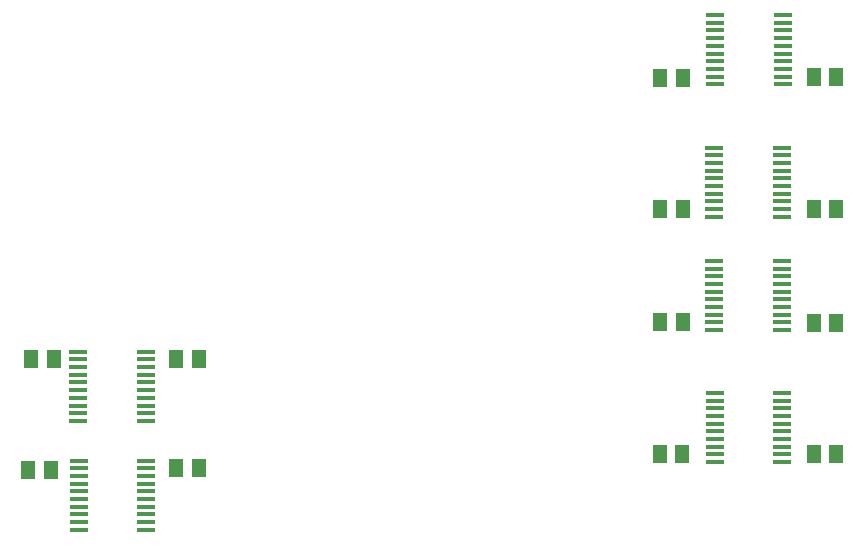
<source format=gbr>
G04 EAGLE Gerber RS-274X export*
G75*
%MOMM*%
%FSLAX34Y34*%
%LPD*%
%INSolderpaste Bottom*%
%IPPOS*%
%AMOC8*
5,1,8,0,0,1.08239X$1,22.5*%
G01*
%ADD10R,1.571900X0.406800*%
%ADD11R,1.300000X1.500000*%


D10*
X805615Y308535D03*
X805615Y315035D03*
X805615Y321535D03*
X805615Y328035D03*
X805615Y334535D03*
X805615Y341035D03*
X805615Y347535D03*
X805615Y354035D03*
X805615Y360535D03*
X805615Y367035D03*
X863049Y367035D03*
X863049Y360535D03*
X863049Y354035D03*
X863049Y347535D03*
X863049Y341035D03*
X863049Y334535D03*
X863049Y328035D03*
X863049Y321535D03*
X863049Y315035D03*
X863049Y308535D03*
X806237Y212488D03*
X806237Y218988D03*
X806237Y225488D03*
X806237Y231988D03*
X806237Y238488D03*
X806237Y244988D03*
X806237Y251488D03*
X806237Y257988D03*
X806237Y264488D03*
X806237Y270988D03*
X863671Y270988D03*
X863671Y264488D03*
X863671Y257988D03*
X863671Y251488D03*
X863671Y244988D03*
X863671Y238488D03*
X863671Y231988D03*
X863671Y225488D03*
X863671Y218988D03*
X863671Y212488D03*
X806283Y100750D03*
X806283Y107250D03*
X806283Y113750D03*
X806283Y120250D03*
X806283Y126750D03*
X806283Y133250D03*
X806283Y139750D03*
X806283Y146250D03*
X806283Y152750D03*
X806283Y159250D03*
X863717Y159250D03*
X863717Y152750D03*
X863717Y146250D03*
X863717Y139750D03*
X863717Y133250D03*
X863717Y126750D03*
X863717Y120250D03*
X863717Y113750D03*
X863717Y107250D03*
X863717Y100750D03*
X325073Y194155D03*
X325073Y187655D03*
X325073Y181155D03*
X325073Y174655D03*
X325073Y168155D03*
X325073Y161655D03*
X325073Y155155D03*
X325073Y148655D03*
X325073Y142155D03*
X325073Y135655D03*
X267639Y135655D03*
X267639Y142155D03*
X267639Y148655D03*
X267639Y155155D03*
X267639Y161655D03*
X267639Y168155D03*
X267639Y174655D03*
X267639Y181155D03*
X267639Y187655D03*
X267639Y194155D03*
X325311Y102083D03*
X325311Y95583D03*
X325311Y89083D03*
X325311Y82583D03*
X325311Y76083D03*
X325311Y69583D03*
X325311Y63083D03*
X325311Y56583D03*
X325311Y50083D03*
X325311Y43583D03*
X267877Y43583D03*
X267877Y50083D03*
X267877Y56583D03*
X267877Y63083D03*
X267877Y69583D03*
X267877Y76083D03*
X267877Y82583D03*
X267877Y89083D03*
X267877Y95583D03*
X267877Y102083D03*
X806425Y420678D03*
X806425Y427178D03*
X806425Y433678D03*
X806425Y440178D03*
X806425Y446678D03*
X806425Y453178D03*
X806425Y459678D03*
X806425Y466178D03*
X806425Y472678D03*
X806425Y479178D03*
X863859Y479178D03*
X863859Y472678D03*
X863859Y466178D03*
X863859Y459678D03*
X863859Y453178D03*
X863859Y446678D03*
X863859Y440178D03*
X863859Y433678D03*
X863859Y427178D03*
X863859Y420678D03*
D11*
X778761Y107499D03*
X759761Y107499D03*
X779261Y219119D03*
X760261Y219119D03*
X779261Y425738D03*
X760261Y425738D03*
X350739Y188143D03*
X369739Y188143D03*
X779261Y314976D03*
X760261Y314976D03*
X350739Y95905D03*
X369739Y95905D03*
X890261Y107214D03*
X909261Y107214D03*
X890239Y315167D03*
X909239Y315167D03*
X890239Y427048D03*
X909239Y427048D03*
X890239Y218929D03*
X909239Y218929D03*
X246761Y187690D03*
X227761Y187690D03*
X244261Y94310D03*
X225261Y94310D03*
M02*

</source>
